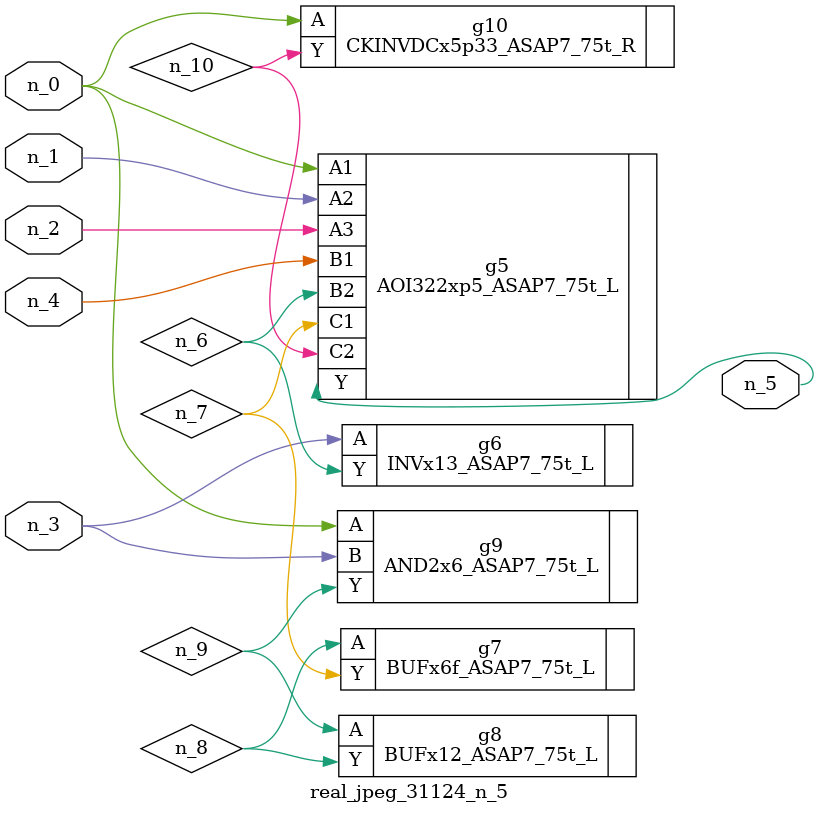
<source format=v>
module real_jpeg_31124_n_5 (n_4, n_0, n_1, n_2, n_3, n_5);

input n_4;
input n_0;
input n_1;
input n_2;
input n_3;

output n_5;

wire n_8;
wire n_6;
wire n_7;
wire n_10;
wire n_9;

AOI322xp5_ASAP7_75t_L g5 ( 
.A1(n_0),
.A2(n_1),
.A3(n_2),
.B1(n_4),
.B2(n_6),
.C1(n_7),
.C2(n_10),
.Y(n_5)
);

AND2x6_ASAP7_75t_L g9 ( 
.A(n_0),
.B(n_3),
.Y(n_9)
);

CKINVDCx5p33_ASAP7_75t_R g10 ( 
.A(n_0),
.Y(n_10)
);

INVx13_ASAP7_75t_L g6 ( 
.A(n_3),
.Y(n_6)
);

BUFx6f_ASAP7_75t_L g7 ( 
.A(n_8),
.Y(n_7)
);

BUFx12_ASAP7_75t_L g8 ( 
.A(n_9),
.Y(n_8)
);


endmodule
</source>
